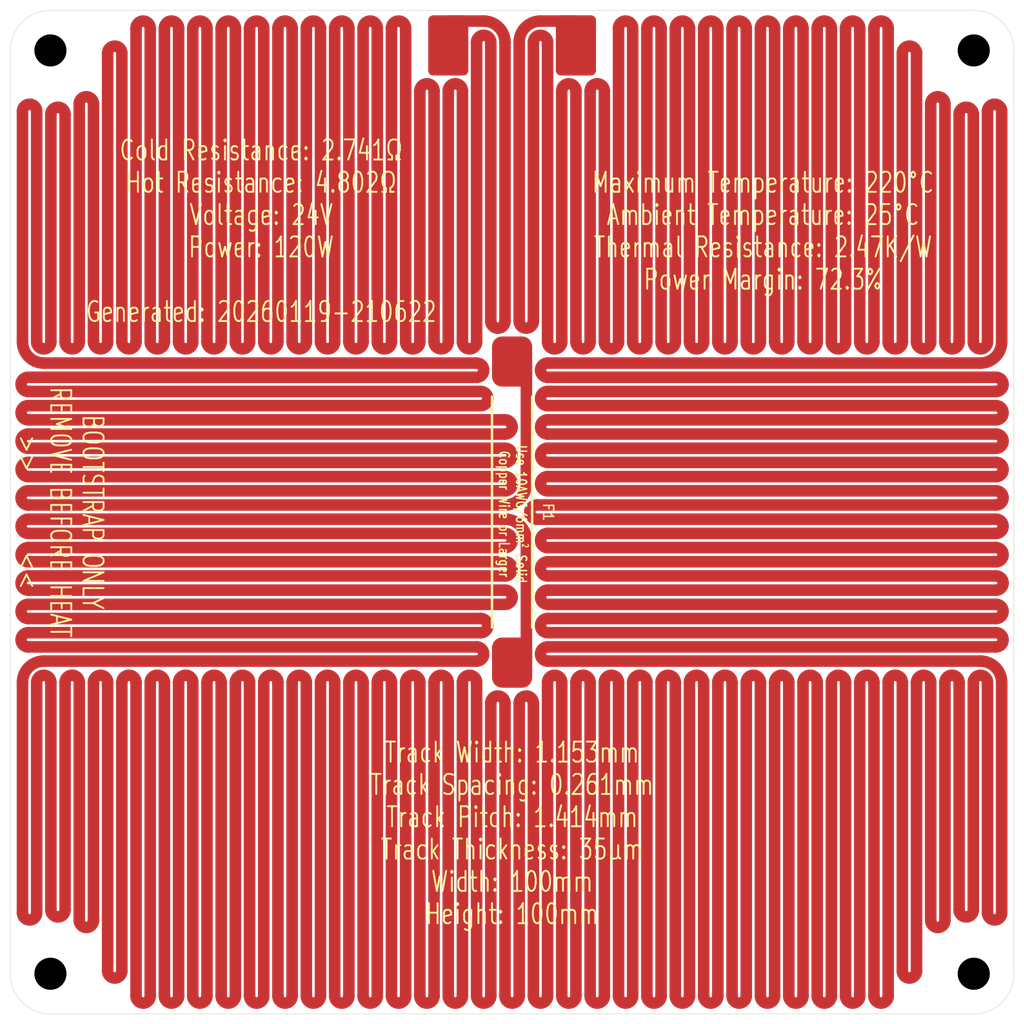
<source format=kicad_pcb>
(kicad_pcb (version 20241229) (generator "pcbnew") (generator_version "9.0")
  (layers (0 "F.Cu" signal) (2 "B.Cu" signal) (13 "F.Paste" user) (15 "B.Paste" user) (5 "F.SilkS" user "F.Silkscreen") (7 "B.SilkS" user "B.Silkscreen") (1 "F.Mask" user) (3 "B.Mask" user) (25 "Edge.Cuts" user))
  (net 0 "")
  (net 1 "Net-(J2-Pin_1)")
  (net 2 "Net-(J1-Pin_1)")
  (footprint "blg:MountingHole_3.2mm_M3_NoPad_TopLarge" (layer "F.Cu") (at 151 59)
    (property "Reference" "REF**" (hide yes))
    (property "Value" "MountingHole_3.2mm_M3_NoPad_TopLarge" (hide yes))
    (pad "" np_thru_hole circle (at 0 0) (size 7.6 7.6) (drill 3.2) (layers))
  )
  (footprint "blg:SMD_PowerConnection_4x6mm" (layer "F.Cu") (at 111.361499 58.5 -90)
    (property "Reference" "J2" (hide yes))
    (property "Value" "Hotplate_Power_Connection" (hide yes))
    (pad "1" smd roundrect (at 0 0 270) (size 6 4) (layers "F.Cu" "F.Mask" "F.Paste") (roundrect_rratio 0.125) (net 1 "Net-(J2-Pin_1)"))
  )
  (footprint "blg:MountingHole_3.2mm_M3_NoPad_TopLarge" (layer "F.Cu") (at 59 151)
    (property "Reference" "REF**" (hide yes))
    (property "Value" "MountingHole_3.2mm_M3_NoPad_TopLarge" (hide yes))
    (pad "" np_thru_hole circle (at 0 0) (size 7.6 7.6) (drill 3.2) (layers))
  )
  (footprint "blg:MountingHole_3.2mm_M3_NoPad_TopLarge" (layer "F.Cu") (at 151 151)
    (property "Reference" "REF**" (hide yes))
    (property "Value" "MountingHole_3.2mm_M3_NoPad_TopLarge" (hide yes))
    (pad "" np_thru_hole circle (at 0 0) (size 7.6 7.6) (drill 3.2) (layers))
  )
  (footprint "blg:SMD_PowerConnection_4x6mm" (layer "F.Cu") (at 98.6385 58.5 -90)
    (property "Reference" "J1" (hide yes))
    (property "Value" "Hotplate_Power_Connection" (hide yes))
    (pad "1" smd roundrect (at 0 0 270) (size 6 4) (layers "F.Cu" "F.Mask" "F.Paste") (roundrect_rratio 0.125) (net 2 "Net-(J1-Pin_1)"))
  )
  (footprint "blg:Thermal Fuse, SN100C, Front, 35mm" (layer "F.Cu") (at 105 105 -90)
    (property "Reference" "F1" (at 0 -3.6 270) (layer "F.SilkS"))
    (property "Value" "~")
    (fp_line (start -11.5 2) (end 11.5 2) (stroke (width 0.25)) (layer "F.SilkS"))
    (fp_line (start -11.5 -2) (end 11.5 -2) (stroke (width 0.25)) (layer "F.SilkS"))
    (fp_text user "Use 10AWG/6mm  Solid" (at 0.2 -0.9 270) (layer "F.SilkS") (effects (font (size 1 0.75))))
    (fp_text user "2" (at 3.35 -1.3 270) (layer "F.SilkS") (effects (font (size 0.6 0.4) (thickness 0.1))))
    (fp_text user "Copper Wire or Larger" (at 0.2 0.8 270) (layer "F.SilkS") (effects (font (size 1 0.75))))
    (pad "1" smd roundrect (at -15 0 270) (size 5 4) (layers "F.Cu" "F.Mask") (net 2 "Net-(J1-Pin_1)"))
    (pad "2" smd roundrect (at 15 0 270) (size 5 4) (layers "F.Cu" "F.Mask") (net 1 "Net-(J2-Pin_1)"))
  )
  (footprint "blg:MountingHole_3.2mm_M3_NoPad_TopLarge" (layer "F.Cu") (at 59 59)
    (property "Reference" "REF**" (hide yes))
    (property "Value" "MountingHole_3.2mm_M3_NoPad_TopLarge" (hide yes))
    (pad "" np_thru_hole circle (at 0 0) (size 7.6 7.6) (drill 3.2) (layers))
  )
  (gr_arc (start 55 59) (mid 56.171573 56.171573) (end 59 55) (stroke (width 0.05)) (layer "Edge.Cuts"))
  (gr_line (start 155 59) (end 155 151) (stroke (width 0.05)) (layer "Edge.Cuts"))
  (gr_arc (start 59 155) (mid 56.171573 153.828427) (end 55 151) (stroke (width 0.05)) (layer "Edge.Cuts"))
  (gr_line (start 59 155) (end 151 155) (stroke (width 0.05)) (layer "Edge.Cuts"))
  (gr_line (start 55 59) (end 55 151) (stroke (width 0.05)) (layer "Edge.Cuts"))
  (gr_arc (start 155 151) (mid 153.828427 153.828427) (end 151 155) (stroke (width 0.05)) (layer "Edge.Cuts"))
  (gr_arc (start 151 55) (mid 153.828427 56.171573) (end 155 59) (stroke (width 0.05)) (layer "Edge.Cuts"))
  (gr_line (start 59 55) (end 151 55) (stroke (width 0.05)) (layer "Edge.Cuts"))
  (gr_text "BOOTSTRAP ONLY\nREMOVE BEFORE HEAT\n>>       <<" (at 55.6 105 270) (layer "F.SilkS") (effects (font (size 2 1.5) (thickness 0.1875)) (justify bottom)))
  (gr_text "Track Width: 1.153mm\nTrack Spacing: 0.261mm\nTrack Pitch: 1.414mm\nTrack Thickness: 35µm\nWidth: 100mm\nHeight: 100mm" (at 105 137 0) (layer "F.SilkS") (effects (font (size 2 1.5) (thickness 0.1875))))
  (gr_text "Maximum Temperature: 220°C\nAmbient Temperature: 25°C\nThermal Resistance: 2.47K/W\nPower Margin: 72.3%" (at 130 77 0) (layer "F.SilkS") (effects (font (size 2 1.5) (thickness 0.1875))))
  (gr_text "Cold Resistance: 2.741Ω\nHot Resistance: 4.802Ω\nVoltage: 24V\nPower: 120W\n\nGenerated: 20260119-210622" (at 80 77 0) (layer "F.SilkS") (effects (font (size 2 1.5) (thickness 0.1875))))
  (segment (start 56.7835 105.707) (end 104.3025 105.707) (width 1.153) (layer "F.Cu") (net 1))
  (segment (start 151.661999 90.152999) (end 108.544499 90.152999) (width 1.153) (layer "F.Cu") (net 1))
  (segment (start 119.847 56.7835) (end 119.847 88.032) (width 1.153) (layer "F.Cu") (net 1))
  (segment (start 68.942999 121.967999) (end 68.942999 153.2165) (width 1.153) (layer "F.Cu") (net 1))
  (segment (start 108.544499 100.051) (end 153.2165 100.051) (width 1.153) (layer "F.Cu") (net 1))
  (segment (start 108.544499 91.567) (end 153.2165 91.567) (width 1.153) (layer "F.Cu") (net 1))
  (segment (start 92.981 153.2165) (end 92.981 121.967999) (width 1.153) (layer "F.Cu") (net 1))
  (segment (start 150.955 65.369763) (end 150.955 88.032) (width 1.153) (layer "F.Cu") (net 1))
  (segment (start 128.330999 121.967999) (end 128.330999 153.2165) (width 1.153) (layer "F.Cu") (net 1))
  (segment (start 101.466499 118.433) (end 56.7835 118.433) (width 1.153) (layer "F.Cu") (net 1))
  (segment (start 107.121 153.2165) (end 107.121 124.033499) (width 1.153) (layer "F.Cu") (net 1))
  (segment (start 138.228999 153.2165) (end 138.228999 121.967999) (width 1.153) (layer "F.Cu") (net 1))
  (segment (start 109.949 153.2165) (end 109.949 121.967999) (width 1.153) (layer "F.Cu") (net 1))
  (segment (start 90.152999 153.2165) (end 90.152999 121.967999) (width 1.153) (layer "F.Cu") (net 1))
  (segment (start 131.158999 56.7835) (end 131.158999 88.032) (width 1.153) (layer "F.Cu") (net 1))
  (segment (start 152.369 88.032) (end 152.369 65.068741) (width 1.153) (layer "F.Cu") (net 1))
  (segment (start 114.191 63.0335) (end 114.191 88.032) (width 1.153) (layer "F.Cu") (net 1))
  (segment (start 143.885 150.722633) (end 143.885 121.967999) (width 1.153) (layer "F.Cu") (net 1))
  (segment (start 129.745 153.2165) (end 129.745 121.967999) (width 1.153) (layer "F.Cu") (net 1))
  (segment (start 153.783 121.967999) (end 153.783 144.931258) (width 1.153) (layer "F.Cu") (net 1))
  (segment (start 124.088999 88.032) (end 124.088999 56.7835) (width 1.153) (layer "F.Cu") (net 1))
  (segment (start 150.955 121.967999) (end 150.955 144.630236) (width 1.153) (layer "F.Cu") (net 1))
  (segment (start 83.082999 121.967999) (end 83.082999 153.2165) (width 1.153) (layer "F.Cu") (net 1))
  (segment (start 146.713 88.032) (end 146.713 64.321935) (width 1.153) (layer "F.Cu") (net 1))
  (segment (start 115.605 88.032) (end 115.605 56.7835) (width 1.153) (layer "F.Cu") (net 1))
  (segment (start 153.2165 92.981) (end 108.544499 92.981) (width 1.153) (layer "F.Cu") (net 1))
  (segment (start 108.544499 102.879) (end 153.2165 102.879) (width 1.153) (layer "F.Cu") (net 1))
  (segment (start 91.567 121.967999) (end 91.567 153.2165) (width 1.153) (layer "F.Cu") (net 1))
  (segment (start 141.057 88.032) (end 141.057 56.7835) (width 1.153) (layer "F.Cu") (net 1))
  (segment (start 121.261 153.2165) (end 121.261 121.967999) (width 1.153) (layer "F.Cu") (net 1))
  (segment (start 100.051 121.967999) (end 100.051 153.2165) (width 1.153) (layer "F.Cu") (net 1))
  (segment (start 56.7835 117.018999) (end 101.873913 117.018999) (width 1.153) (layer "F.Cu") (net 1))
  (segment (start 153.2165 95.809) (end 108.544499 95.809) (width 1.153) (layer "F.Cu") (net 1))
  (segment (start 135.400999 88.032) (end 135.400999 56.7835) (width 1.153) (layer "F.Cu") (net 1))
  (segment (start 66.114999 121.967999) (end 66.114999 150.722633) (width 1.153) (layer "F.Cu") (net 1))
  (segment (start 125.503 121.967999) (end 125.503 153.2165) (width 1.153) (layer "F.Cu") (net 1))
  (segment (start 114.191 121.967999) (end 114.191 153.2165) (width 1.153) (layer "F.Cu") (net 1))
  (segment (start 111.361499 56.076499) (end 107.827999 56.076499) (width 1.153) (layer "F.Cu") (net 1))
  (segment (start 74.599 121.967999) (end 74.599 153.2165) (width 1.153) (layer "F.Cu") (net 1))
  (segment (start 125.503 56.7835) (end 125.503 88.032) (width 1.153) (layer "F.Cu") (net 1))
  (segment (start 108.544499 111.362999) (end 153.2165 111.362999) (width 1.153) (layer "F.Cu") (net 1))
  (segment (start 136.815 56.7835) (end 136.815 88.032) (width 1.153) (layer "F.Cu") (net 1))
  (segment (start 95.809 153.2165) (end 95.809 121.967999) (width 1.153) (layer "F.Cu") (net 1))
  (segment (start 131.158999 121.967999) (end 131.158999 153.2165) (width 1.153) (layer "F.Cu") (net 1))
  (segment (start 104.3025 109.949) (end 56.7835 109.949) (width 1.153) (layer "F.Cu") (net 1))
  (segment (start 153.2165 98.637) (end 108.544499 98.637) (width 1.153) (layer "F.Cu") (net 1))
  (segment (start 107.464299 105.707) (end 153.2165 105.707) (width 1.153) (layer "F.Cu") (net 1))
  (segment (start 76.012999 153.2165) (end 76.012999 121.967999) (width 1.153) (layer "F.Cu") (net 1))
  (segment (start 117.018999 56.7835) (end 117.018999 88.032) (width 1.153) (layer "F.Cu") (net 1))
  (segment (start 133.987 56.7835) (end 133.987 88.032) (width 1.153) (layer "F.Cu") (net 1))
  (segment (start 98.637 153.2165) (end 98.637 121.967999) (width 1.153) (layer "F.Cu") (net 1))
  (segment (start 104.3025 107.121) (end 56.7835 107.121) (width 1.153) (layer "F.Cu") (net 1))
  (segment (start 61.873 145.678064) (end 61.873 121.967999) (width 1.153) (layer "F.Cu") (net 1))
  (segment (start 126.917 88.032) (end 126.917 56.7835) (width 1.153) (layer "F.Cu") (net 1))
  (segment (start 142.470999 56.7835) (end 142.470999 88.032) (width 1.153) (layer "F.Cu") (net 1))
  (segment (start 126.917 153.2165) (end 126.917 121.967999) (width 1.153) (layer "F.Cu") (net 1))
  (segment (start 105.707 58.1975) (end 105.707 85.9665) (width 1.153) (layer "F.Cu") (net 1))
  (segment (start 104.292999 153.2165) (end 104.292999 124.033499) (width 1.153) (layer "F.Cu") (net 1))
  (segment (start 56.7835 108.535) (end 104.3025 108.535) (width 1.153) (layer "F.Cu") (net 1))
  (segment (start 153.2165 101.465) (end 108.544499 101.465) (width 1.153) (layer "F.Cu") (net 1))
  (segment (start 109.949 88.032) (end 109.949 63.033499) (width 1.153) (layer "F.Cu") (net 1))
  (segment (start 77.426999 121.967999) (end 77.426999 153.2165) (width 1.153) (layer "F.Cu") (net 1))
  (segment (start 118.433 88.032) (end 118.433 56.7835) (width 1.153) (layer "F.Cu") (net 1))
  (segment (start 88.739 121.967999) (end 88.739 153.2165) (width 1.153) (layer "F.Cu") (net 1))
  (segment (start 58.337999 119.847) (end 101.466499 119.847) (width 1.153) (layer "F.Cu") (net 1))
  (segment (start 112.776999 153.2165) (end 112.776999 121.967999) (width 1.153) (layer "F.Cu") (net 1))
  (segment (start 102.879 124.033499) (end 102.879 153.2165) (width 1.153) (layer "F.Cu") (net 1))
  (segment (start 145.298999 59.277366) (end 145.298999 88.032) (width 1.153) (layer "F.Cu") (net 1))
  (segment (start 153.2165 115.605) (end 108.544499 115.605) (width 1.153) (layer "F.Cu") (net 1))
  (segment (start 108.535 121.967999) (end 108.535 153.2165) (width 1.153) (layer "F.Cu") (net 1))
  (segment (start 101.873913 115.605) (end 56.7835 115.605) (width 1.153) (layer "F.Cu") (net 1))
  (segment (start 153.2165 112.776999) (end 108.544499 112.776999) (width 1.153) (layer "F.Cu") (net 1))
  (segment (start 101.465 153.2165) (end 101.465 121.967999) (width 1.153) (layer "F.Cu") (net 1))
  (segment (start 136.815 121.967999) (end 136.815 153.2165) (width 1.153) (layer "F.Cu") (net 1))
  (segment (start 105.707 124.033499) (end 105.707 153.2165) (width 1.153) (layer "F.Cu") (net 1))
  (segment (start 153.2165 104.292999) (end 107.464299 104.292999) (width 1.153) (layer "F.Cu") (net 1))
  (segment (start 56.217 144.931258) (end 56.217 121.967999) (width 1.153) (layer "F.Cu") (net 1))
  (segment (start 128.330999 56.7835) (end 128.330999 88.032) (width 1.153) (layer "F.Cu") (net 1))
  (segment (start 115.605 153.2165) (end 115.605 121.967999) (width 1.153) (layer "F.Cu") (net 1))
  (segment (start 129.745 88.032) (end 129.745 56.7835) (width 1.153) (layer "F.Cu") (net 1))
  (segment (start 153.2165 118.433) (end 108.544499 118.433) (width 1.153) (layer "F.Cu") (net 1))
  (segment (start 67.529 153.2165) (end 67.529 121.967999) (width 1.153) (layer "F.Cu") (net 1))
  (segment (start 73.185 153.2165) (end 73.185 121.967999) (width 1.153) (layer "F.Cu") (net 1))
  (segment (start 153.2165 107.121) (end 108.544499 107.121) (width 1.153) (layer "F.Cu") (net 1))
  (segment (start 143.885 88.032) (end 143.885 59.277366) (width 1.153) (layer "F.Cu") (net 1))
  (segment (start 97.222999 121.967999) (end 97.222999 153.2165) (width 1.153) (layer "F.Cu") (net 1))
  (segment (start 135.400999 153.2165) (end 135.400999 121.967999) (width 1.153) (layer "F.Cu") (net 1))
  (segment (start 138.228999 88.032) (end 138.228999 56.7835) (width 1.153) (layer "F.Cu") (net 1))
  (segment (start 153.783 65.068741) (end 153.783 88.032) (width 1.153) (layer "F.Cu") (net 1))
  (segment (start 106.423499 120) (end 106.423499 107.827999) (width 1.153) (layer "F.Cu") (net 1))
  (segment (start 122.675 56.7835) (end 122.675 88.032) (width 1.153) (layer "F.Cu") (net 1))
  (segment (start 80.255 121.967999) (end 80.255 153.2165) (width 1.153) (layer "F.Cu") (net 1))
  (segment (start 57.630999 121.967999) (end 57.630999 144.931258) (width 1.153) (layer "F.Cu") (net 1))
  (segment (start 56.7835 114.191) (end 104.3025 114.191) (width 1.153) (layer "F.Cu") (net 1))
  (segment (start 108.544499 119.847) (end 151.661999 119.847) (width 1.153) (layer "F.Cu") (net 1))
  (segment (start 132.573 88.032) (end 132.573 56.7835) (width 1.153) (layer "F.Cu") (net 1))
  (segment (start 148.126999 121.967999) (end 148.126999 145.678064) (width 1.153) (layer "F.Cu") (net 1))
  (segment (start 84.497 153.2165) (end 84.497 121.967999) (width 1.153) (layer "F.Cu") (net 1))
  (segment (start 56.7835 111.362999) (end 104.3025 111.362999) (width 1.153) (layer "F.Cu") (net 1))
  (segment (start 94.395 121.967999) (end 94.395 153.2165) (width 1.153) (layer "F.Cu") (net 1))
  (segment (start 117.018999 121.967999) (end 117.018999 153.2165) (width 1.153) (layer "F.Cu") (net 1))
  (segment (start 139.643 121.967999) (end 139.643 153.2165) (width 1.153) (layer "F.Cu") (net 1))
  (segment (start 111.362999 63.033499) (end 111.362999 88.032) (width 1.153) (layer "F.Cu") (net 1))
  (segment (start 118.433 153.2165) (end 118.433 121.967999) (width 1.153) (layer "F.Cu") (net 1))
  (segment (start 119.847 121.967999) (end 119.847 153.2165) (width 1.153) (layer "F.Cu") (net 1))
  (segment (start 124.088999 153.2165) (end 124.088999 121.967999) (width 1.153) (layer "F.Cu") (net 1))
  (segment (start 122.675 121.967999) (end 122.675 153.2165) (width 1.153) (layer "F.Cu") (net 1))
  (segment (start 149.540999 144.630236) (end 149.540999 121.967999) (width 1.153) (layer "F.Cu") (net 1))
  (segment (start 85.911 121.967999) (end 85.911 153.2165) (width 1.153) (layer "F.Cu") (net 1))
  (segment (start 108.535 58.1975) (end 108.535 88.032) (width 1.153) (layer "F.Cu") (net 1))
  (segment (start 87.325 153.2165) (end 87.325 121.967999) (width 1.153) (layer "F.Cu") (net 1))
  (segment (start 146.713 145.678064) (end 146.713 121.967999) (width 1.153) (layer "F.Cu") (net 1))
  (segment (start 81.669 153.2165) (end 81.669 121.967999) (width 1.153) (layer "F.Cu") (net 1))
  (segment (start 111.362999 121.967999) (end 111.362999 153.2165) (width 1.153) (layer "F.Cu") (net 1))
  (segment (start 108.544499 114.191) (end 153.2165 114.191) (width 1.153) (layer "F.Cu") (net 1))
  (segment (start 133.987 121.967999) (end 133.987 153.2165) (width 1.153) (layer "F.Cu") (net 1))
  (segment (start 142.470999 121.967999) (end 142.470999 153.2165) (width 1.153) (layer "F.Cu") (net 1))
  (segment (start 78.841 153.2165) (end 78.841 121.967999) (width 1.153) (layer "F.Cu") (net 1))
  (segment (start 112.776999 88.032) (end 112.776999 63.0335) (width 1.153) (layer "F.Cu") (net 1))
  (segment (start 152.369 144.931258) (end 152.369 121.967999) (width 1.153) (layer "F.Cu") (net 1))
  (segment (start 108.544499 117.018999) (end 153.2165 117.018999) (width 1.153) (layer "F.Cu") (net 1))
  (segment (start 108.544499 94.395) (end 153.2165 94.395) (width 1.153) (layer "F.Cu") (net 1))
  (segment (start 121.261 88.032) (end 121.261 56.7835) (width 1.153) (layer "F.Cu") (net 1))
  (segment (start 108.544499 97.222999) (end 153.2165 97.222999) (width 1.153) (layer "F.Cu") (net 1))
  (segment (start 132.573 153.2165) (end 132.573 121.967999) (width 1.153) (layer "F.Cu") (net 1))
  (segment (start 153.2165 109.949) (end 108.544499 109.949) (width 1.153) (layer "F.Cu") (net 1))
  (segment (start 108.544499 108.535) (end 153.2165 108.535) (width 1.153) (layer "F.Cu") (net 1))
  (segment (start 70.357 153.2165) (end 70.357 121.967999) (width 1.153) (layer "F.Cu") (net 1))
  (segment (start 60.458999 121.967999) (end 60.458999 144.630236) (width 1.153) (layer "F.Cu") (net 1))
  (segment (start 145.298999 121.967999) (end 145.298999 150.722633) (width 1.153) (layer "F.Cu") (net 1))
  (segment (start 64.700999 150.722633) (end 64.700999 121.967999) (width 1.153) (layer "F.Cu") (net 1))
  (segment (start 149.540999 88.032) (end 149.540999 65.369763) (width 1.153) (layer "F.Cu") (net 1))
  (segment (start 104.3025 112.776999) (end 56.7835 112.776999) (width 1.153) (layer "F.Cu") (net 1))
  (segment (start 59.045 144.630236) (end 59.045 121.967999) (width 1.153) (layer "F.Cu") (net 1))
  (segment (start 71.771 121.967999) (end 71.771 153.2165) (width 1.153) (layer "F.Cu") (net 1))
  (segment (start 107.121 85.9665) (end 107.121 58.1975) (width 1.153) (layer "F.Cu") (net 1))
  (segment (start 148.126999 64.321935) (end 148.126999 88.032) (width 1.153) (layer "F.Cu") (net 1))
  (segment (start 139.643 56.7835) (end 139.643 88.032) (width 1.153) (layer "F.Cu") (net 1))
  (segment (start 63.287 121.967999) (end 63.287 145.678064) (width 1.153) (layer "F.Cu") (net 1))
  (segment (start 141.057 153.2165) (end 141.057 121.967999) (width 1.153) (layer "F.Cu") (net 1))
  (arc (start 148.126999 88.032) (mid 148.834 88.739) (end 149.540999 88.032) (width 1.153) (layer "F.Cu") (net 1))
  (arc (start 85.911 153.2165) (mid 85.204 153.9235) (end 84.497 153.2165) (width 1.153) (layer "F.Cu") (net 1))
  (arc (start 108.544499 118.433) (mid 107.837499 119.14) (end 108.544499 119.847) (width 1.153) (layer "F.Cu") (net 1))
  (arc (start 98.637 121.967999) (mid 97.93 121.261) (end 97.222999 121.967999) (width 1.153) (layer "F.Cu") (net 1))
  (arc (start 142.470999 153.2165) (mid 141.764 153.9235) (end 141.057 153.2165) (width 1.153) (layer "F.Cu") (net 1))
  (arc (start 88.739 153.2165) (mid 88.032 153.9235) (end 87.325 153.2165) (width 1.153) (layer "F.Cu") (net 1))
  (arc (start 59.045 121.967999) (mid 58.337999 121.261) (end 57.630999 121.967999) (width 1.153) (layer "F.Cu") (net 1))
  (arc (start 145.298999 150.722633) (mid 144.591999 151.429633) (end 143.885 150.722633) (width 1.153) (layer "F.Cu") (net 1))
  (arc (start 64.700999 121.967999) (mid 63.993999 121.261) (end 63.287 121.967999) (width 1.153) (layer "F.Cu") (net 1))
  (arc (start 114.191 88.032) (mid 114.898 88.739) (end 115.605 88.032) (width 1.153) (layer "F.Cu") (net 1))
  (arc (start 142.470999 88.032) (mid 143.178 88.739) (end 143.885 88.032) (width 1.153) (layer "F.Cu") (net 1))
  (arc (start 108.535 88.032) (mid 109.241999 88.739) (end 109.949 88.032) (width 1.153) (layer "F.Cu") (net 1))
  (arc (start 107.121 58.1975) (mid 107.827999 57.490499) (end 108.535 58.1975) (width 1.153) (layer "F.Cu") (net 1))
  (arc (start 149.540999 65.369763) (mid 150.248 64.662763) (end 150.955 65.369763) (width 1.153) (layer "F.Cu") (net 1))
  (arc (start 122.675 153.2165) (mid 121.967999 153.9235) (end 121.261 153.2165) (width 1.153) (layer "F.Cu") (net 1))
  (arc (start 132.573 56.7835) (mid 133.279999 56.076499) (end 133.987 56.7835) (width 1.153) (layer "F.Cu") (net 1))
  (arc (start 104.3025 114.191) (mid 105.009499 113.484) (end 104.3025 112.776999) (width 1.153) (layer "F.Cu") (net 1))
  (arc (start 153.2165 94.395) (mid 153.9235 95.101999) (end 153.2165 95.809) (width 1.153) (layer "F.Cu") (net 1))
  (arc (start 95.809 121.967999) (mid 95.101999 121.261) (end 94.395 121.967999) (width 1.153) (layer "F.Cu") (net 1))
  (arc (start 153.2165 108.535) (mid 153.9235 109.241999) (end 153.2165 109.949) (width 1.153) (layer "F.Cu") (net 1))
  (arc (start 108.544499 112.776999) (mid 107.837499 113.484) (end 108.544499 114.191) (width 1.153) (layer "F.Cu") (net 1))
  (arc (start 81.669 121.967999) (mid 80.961999 121.261) (end 80.255 121.967999) (width 1.153) (layer "F.Cu") (net 1))
  (arc (start 153.2165 91.567) (mid 153.9235 92.274) (end 153.2165 92.981) (width 1.153) (layer "F.Cu") (net 1))
  (arc (start 125.503 88.032) (mid 126.21 88.739) (end 126.917 88.032) (width 1.153) (layer "F.Cu") (net 1))
  (arc (start 115.605 121.967999) (mid 114.898 121.261) (end 114.191 121.967999) (width 1.153) (layer "F.Cu") (net 1))
  (arc (start 119.847 153.2165) (mid 119.14 153.9235) (end 118.433 153.2165) (width 1.153) (layer "F.Cu") (net 1))
  (arc (start 150.955 144.630236) (mid 150.248 145.337236) (end 149.540999 144.630236) (width 1.153) (layer "F.Cu") (net 1))
  (arc (start 73.185 121.967999) (mid 72.478 121.261) (end 71.771 121.967999) (width 1.153) (layer "F.Cu") (net 1))
  (arc (start 56.7835 112.776999) (mid 56.076499 112.07) (end 56.7835 111.362999) (width 1.153) (layer "F.Cu") (net 1))
  (arc (start 101.465 121.967999) (mid 100.758 121.261) (end 100.051 121.967999) (width 1.153) (layer "F.Cu") (net 1))
  (arc (start 135.400999 121.967999) (mid 134.694 121.261) (end 133.987 121.967999) (width 1.153) (layer "F.Cu") (net 1))
  (arc (start 150.955 88.032) (mid 151.661999 88.739) (end 152.369 88.032) (width 1.153) (layer "F.Cu") (net 1))
  (arc (start 131.158999 153.2165) (mid 130.452 153.9235) (end 129.745 153.2165) (width 1.153) (layer "F.Cu") (net 1))
  (arc (start 138.228999 121.967999) (mid 137.522 121.261) (end 136.815 121.967999) (width 1.153) (layer "F.Cu") (net 1))
  (arc (start 56.7835 118.433) (mid 56.076499 117.726) (end 56.7835 117.018999) (width 1.153) (layer "F.Cu") (net 1))
  (arc (start 153.2165 117.018999) (mid 153.9235 117.726) (end 153.2165 118.433) (width 1.153) (layer "F.Cu") (net 1))
  (arc (start 136.815 88.032) (mid 137.522 88.739) (end 138.228999 88.032) (width 1.153) (layer "F.Cu") (net 1))
  (arc (start 143.885 121.967999) (mid 143.178 121.261) (end 142.470999 121.967999) (width 1.153) (layer "F.Cu") (net 1))
  (arc (start 101.873913 117.018999) (mid 102.580913 116.312) (end 101.873913 115.605) (width 1.153) (layer "F.Cu") (net 1))
  (arc (start 108.544499 107.121) (mid 107.837499 107.827999) (end 108.544499 108.535) (width 1.153) (layer "F.Cu") (net 1))
  (arc (start 114.191 153.2165) (mid 113.484 153.9235) (end 112.776999 153.2165) (width 1.153) (layer "F.Cu") (net 1))
  (arc (start 138.228999 56.7835) (mid 138.936 56.076499) (end 139.643 56.7835) (width 1.153) (layer "F.Cu") (net 1))
  (arc (start 153.2165 105.707) (mid 153.9235 106.414) (end 153.2165 107.121) (width 1.153) (layer "F.Cu") (net 1))
  (arc (start 152.369 65.068741) (mid 153.076 64.361741) (end 153.783 65.068741) (width 1.153) (layer "F.Cu") (net 1))
  (arc (start 153.783 144.931258) (mid 153.076 145.638258) (end 152.369 144.931258) (width 1.153) (layer "F.Cu") (net 1))
  (arc (start 109.949 63.033499) (mid 110.655999 62.326499) (end 111.362999 63.033499) (width 1.153) (layer "F.Cu") (net 1))
  (arc (start 149.540999 121.967999) (mid 148.834 121.261) (end 148.126999 121.967999) (width 1.153) (layer "F.Cu") (net 1))
  (arc (start 83.082999 153.2165) (mid 82.375999 153.9235) (end 81.669 153.2165) (width 1.153) (layer "F.Cu") (net 1))
  (arc (start 128.330999 88.032) (mid 129.037999 88.739) (end 129.745 88.032) (width 1.153) (layer "F.Cu") (net 1))
  (arc (start 108.544499 109.949) (mid 107.837499 110.655999) (end 108.544499 111.362999) (width 1.153) (layer "F.Cu") (net 1))
  (arc (start 132.573 121.967999) (mid 131.865999 121.261) (end 131.158999 121.967999) (width 1.153) (layer "F.Cu") (net 1))
  (arc (start 117.018999 153.2165) (mid 116.312 153.9235) (end 115.605 153.2165) (width 1.153) (layer "F.Cu") (net 1))
  (arc (start 70.357 121.967999) (mid 69.65 121.261) (end 68.942999 121.967999) (width 1.153) (layer "F.Cu") (net 1))
  (arc (start 76.012999 121.967999) (mid 75.306 121.261) (end 74.599 121.967999) (width 1.153) (layer "F.Cu") (net 1))
  (arc (start 118.433 121.967999) (mid 117.726 121.261) (end 117.018999 121.967999) (width 1.153) (layer "F.Cu") (net 1))
  (arc (start 87.325 121.967999) (mid 86.618 121.261) (end 85.911 121.967999) (width 1.153) (layer "F.Cu") (net 1))
  (arc (start 109.949 121.967999) (mid 109.241999 121.261) (end 108.535 121.967999) (width 1.153) (layer "F.Cu") (net 1))
  (arc (start 108.544499 98.637) (mid 107.837499 99.344) (end 108.544499 100.051) (width 1.153) (layer "F.Cu") (net 1))
  (arc (start 90.152999 121.967999) (mid 89.446 121.261) (end 88.739 121.967999) (width 1.153) (layer "F.Cu") (net 1))
  (arc (start 125.503 153.2165) (mid 124.795999 153.9235) (end 124.088999 153.2165) (width 1.153) (layer "F.Cu") (net 1))
  (arc (start 111.362999 88.032) (mid 112.07 88.739) (end 112.776999 88.032) (width 1.153) (layer "F.Cu") (net 1))
  (arc (start 145.298999 88.032) (mid 146.006 88.739) (end 146.713 88.032) (width 1.153) (layer "F.Cu") (net 1))
  (arc (start 68.942999 153.2165) (mid 68.235999 153.9235) (end 67.529 153.2165) (width 1.153) (layer "F.Cu") (net 1))
  (arc (start 139.643 153.2165) (mid 138.936 153.9235) (end 138.228999 153.2165) (width 1.153) (layer "F.Cu") (net 1))
  (arc (start 92.981 121.967999) (mid 92.274 121.261) (end 91.567 121.967999) (width 1.153) (layer "F.Cu") (net 1))
  (arc (start 118.433 56.7835) (mid 119.14 56.076499) (end 119.847 56.7835) (width 1.153) (layer "F.Cu") (net 1))
  (arc (start 78.841 121.967999) (mid 78.134 121.261) (end 77.426999 121.967999) (width 1.153) (layer "F.Cu") (net 1))
  (arc (start 153.2165 100.051) (mid 153.9235 100.758) (end 153.2165 101.465) (width 1.153) (layer "F.Cu") (net 1))
  (arc (start 153.2165 97.222999) (mid 153.9235 97.93) (end 153.2165 98.637) (width 1.153) (layer "F.Cu") (net 1))
  (arc (start 153.2165 102.879) (mid 153.9235 103.586) (end 153.2165 104.292999) (width 1.153) (layer "F.Cu") (net 1))
  (arc (start 124.088999 121.967999) (mid 123.381999 121.261) (end 122.675 121.967999) (width 1.153) (layer "F.Cu") (net 1))
  (arc (start 126.917 121.967999) (mid 126.21 121.261) (end 125.503 121.967999) (width 1.153) (layer "F.Cu") (net 1))
  (arc (start 100.051 153.2165) (mid 99.344 153.9235) (end 98.637 153.2165) (width 1.153) (layer "F.Cu") (net 1))
  (arc (start 108.544499 90.152999) (mid 107.837499 90.86) (end 108.544499 91.567) (width 1.153) (layer "F.Cu") (net 1))
  (arc (start 107.464299 104.292999) (mid 106.757299 105) (end 107.464299 105.707) (width 1.153) (layer "F.Cu") (net 1))
  (arc (start 117.018999 88.032) (mid 117.726 88.739) (end 118.433 88.032) (width 1.153) (layer "F.Cu") (net 1))
  (arc (start 139.643 88.032) (mid 140.35 88.739) (end 141.057 88.032) (width 1.153) (layer "F.Cu") (net 1))
  (arc (start 108.535 153.2165) (mid 107.827999 153.9235) (end 107.121 153.2165) (width 1.153) (layer "F.Cu") (net 1))
  (arc (start 71.771 153.2165) (mid 71.064 153.9235) (end 70.357 153.2165) (width 1.153) (layer "F.Cu") (net 1))
  (arc (start 122.675 88.032) (mid 123.381999 88.739) (end 124.088999 88.032) (width 1.153) (layer "F.Cu") (net 1))
  (arc (start 101.466499 119.847) (mid 102.173499 119.14) (end 101.466499 118.433) (width 1.153) (layer "F.Cu") (net 1))
  (arc (start 119.847 88.032) (mid 120.553999 88.739) (end 121.261 88.032) (width 1.153) (layer "F.Cu") (net 1))
  (arc (start 115.605 56.7835) (mid 116.312 56.076499) (end 117.018999 56.7835) (width 1.153) (layer "F.Cu") (net 1))
  (arc (start 91.567 153.2165) (mid 90.86 153.9235) (end 90.152999 153.2165) (width 1.153) (layer "F.Cu") (net 1))
  (arc (start 135.400999 56.7835) (mid 136.108 56.076499) (end 136.815 56.7835) (width 1.153) (layer "F.Cu") (net 1))
  (arc (start 108.544499 115.605) (mid 107.837499 116.312) (end 108.544499 117.018999) (width 1.153) (layer "F.Cu") (net 1))
  (arc (start 129.745 56.7835) (mid 130.452 56.076499) (end 131.158999 56.7835) (width 1.153) (layer "F.Cu") (net 1))
  (arc (start 136.815 153.2165) (mid 136.108 153.9235) (end 135.400999 153.2165) (width 1.153) (layer "F.Cu") (net 1))
  (arc (start 111.362999 153.2165) (mid 110.655999 153.9235) (end 109.949 153.2165) (width 1.153) (layer "F.Cu") (net 1))
  (arc (start 152.369 121.967999) (mid 151.661999 121.261) (end 150.955 121.967999) (width 1.153) (layer "F.Cu") (net 1))
  (arc (start 104.3025 108.535) (mid 105.009499 107.827999) (end 104.3025 107.121) (width 1.153) (layer "F.Cu") (net 1))
  (arc (start 146.713 64.321935) (mid 147.42 63.614935) (end 148.126999 64.321935) (width 1.153) (layer "F.Cu") (net 1))
  (arc (start 143.885 59.277366) (mid 144.591999 58.570366) (end 145.298999 59.277366) (width 1.153) (layer "F.Cu") (net 1))
  (arc (start 104.292999 124.033499) (mid 103.586 123.3265) (end 102.879 124.033499) (width 1.153) (layer "F.Cu") (net 1))
  (arc (start 105.707 153.2165) (mid 105 153.9235) (end 104.292999 153.2165) (width 1.153) (layer "F.Cu") (net 1))
  (arc (start 80.255 153.2165) (mid 79.547999 153.9235) (end 78.841 153.2165) (width 1.153) (layer "F.Cu") (net 1))
  (arc (start 107.121 124.033499) (mid 106.414 123.3265) (end 105.707 124.033499) (width 1.153) (layer "F.Cu") (net 1))
  (arc (start 66.114999 150.722633) (mid 65.407999 151.429633) (end 64.700999 150.722633) (width 1.153) (layer "F.Cu") (net 1))
  (arc (start 126.917 56.7835) (mid 127.623999 56.076499) (end 128.330999 56.7835) (width 1.153) (layer "F.Cu") (net 1))
  (arc (start 112.776999 121.967999) (mid 112.07 121.261) (end 111.362999 121.967999) (width 1.153) (layer "F.Cu") (net 1))
  (arc (start 94.395 153.2165) (mid 93.687999 153.9235) (end 92.981 153.2165) (width 1.153) (layer "F.Cu") (net 1))
  (arc (start 57.630999 144.931258) (mid 56.923999 145.638258) (end 56.217 144.931258) (width 1.153) (layer "F.Cu") (net 1))
  (arc (start 102.879 153.2165) (mid 102.172 153.9235) (end 101.465 153.2165) (width 1.153) (layer "F.Cu") (net 1))
  (arc (start 108.544499 92.981) (mid 107.837499 93.687999) (end 108.544499 94.395) (width 1.153) (layer "F.Cu") (net 1))
  (arc (start 124.088999 56.7835) (mid 124.795999 56.076499) (end 125.503 56.7835) (width 1.153) (layer "F.Cu") (net 1))
  (arc (start 97.222999 153.2165) (mid 96.515999 153.9235) (end 95.809 153.2165) (width 1.153) (layer "F.Cu") (net 1))
  (arc (start 63.287 145.678064) (mid 62.58 146.385064) (end 61.873 145.678064) (width 1.153) (layer "F.Cu") (net 1))
  (arc (start 56.7835 115.605) (mid 56.076499 114.898) (end 56.7835 114.191) (width 1.153) (layer "F.Cu") (net 1))
  (arc (start 67.529 121.967999) (mid 66.821999 121.261) (end 66.114999 121.967999) (width 1.153) (layer "F.Cu") (net 1))
  (arc (start 133.987 153.2165) (mid 133.279999 153.9235) (end 132.573 153.2165) (width 1.153) (layer "F.Cu") (net 1))
  (arc (start 121.261 121.967999) (mid 120.553999 121.261) (end 119.847 121.967999) (width 1.153) (layer "F.Cu") (net 1))
  (arc (start 60.458999 144.630236) (mid 59.752 145.337236) (end 59.045 144.630236) (width 1.153) (layer "F.Cu") (net 1))
  (arc (start 153.2165 114.191) (mid 153.9235 114.898) (end 153.2165 115.605) (width 1.153) (layer "F.Cu") (net 1))
  (arc (start 148.126999 145.678064) (mid 147.42 146.385064) (end 146.713 145.678064) (width 1.153) (layer "F.Cu") (net 1))
  (arc (start 74.599 153.2165) (mid 73.892 153.9235) (end 73.185 153.2165) (width 1.153) (layer "F.Cu") (net 1))
  (arc (start 131.158999 88.032) (mid 131.865999 88.739) (end 132.573 88.032) (width 1.153) (layer "F.Cu") (net 1))
  (arc (start 105.707 85.9665) (mid 106.414 86.6735) (end 107.121 85.9665) (width 1.153) (layer "F.Cu") (net 1))
  (arc (start 108.544499 95.809) (mid 107.837499 96.515999) (end 108.544499 97.222999) (width 1.153) (layer "F.Cu") (net 1))
  (arc (start 151.661999 119.847) (mid 153.161773 120.468226) (end 153.783 121.967999) (width 1.153) (layer "F.Cu") (net 1))
  (arc (start 129.745 121.967999) (mid 129.037999 121.261) (end 128.330999 121.967999) (width 1.153) (layer "F.Cu") (net 1))
  (arc (start 61.873 121.967999) (mid 61.166 121.261) (end 60.458999 121.967999) (width 1.153) (layer "F.Cu") (net 1))
  (arc (start 141.057 56.7835) (mid 141.764 56.076499) (end 142.470999 56.7835) (width 1.153) (layer "F.Cu") (net 1))
  (arc (start 141.057 121.967999) (mid 140.35 121.261) (end 139.643 121.967999) (width 1.153) (layer "F.Cu") (net 1))
  (arc (start 104.3025 105.707) (mid 105.802273 106.328226) (end 106.423499 107.827999) (width 1.153) (layer "F.Cu") (net 1))
  (arc (start 56.216999 121.967999) (mid 56.838226 120.468226) (end 58.337999 119.847) (width 1.153) (layer "F.Cu") (net 1))
  (arc (start 56.7835 109.949) (mid 56.076499 109.241999) (end 56.7835 108.535) (width 1.153) (layer "F.Cu") (net 1))
  (arc (start 146.713 121.967999) (mid 146.006 121.261) (end 145.298999 121.967999) (width 1.153) (layer "F.Cu") (net 1))
  (arc (start 84.497 121.967999) (mid 83.789999 121.261) (end 83.082999 121.967999) (width 1.153) (layer "F.Cu") (net 1))
  (arc (start 133.987 88.032) (mid 134.694 88.739) (end 135.400999 88.032) (width 1.153) (layer "F.Cu") (net 1))
  (arc (start 56.7835 107.121) (mid 56.076499 106.414) (end 56.7835 105.707) (width 1.153) (layer "F.Cu") (net 1))
  (arc (start 153.783 88.032) (mid 153.161773 89.531773) (end 151.661999 90.152999) (width 1.153) (layer "F.Cu") (net 1))
  (arc (start 77.426999 153.2165) (mid 76.72 153.9235) (end 76.012999 153.2165) (width 1.153) (layer "F.Cu") (net 1))
  (arc (start 153.2165 111.362999) (mid 153.9235 112.07) (end 153.2165 112.776999) (width 1.153) (layer "F.Cu") (net 1))
  (arc (start 128.330999 153.2165) (mid 127.623999 153.9235) (end 126.917 153.2165) (width 1.153) (layer "F.Cu") (net 1))
  (arc (start 105.707 58.1975) (mid 106.328226 56.697726) (end 107.827999 56.076499) (width 1.153) (layer "F.Cu") (net 1))
  (arc (start 112.776999 63.0335) (mid 113.484 62.326499) (end 114.191 63.0335) (width 1.153) (layer "F.Cu") (net 1))
  (arc (start 121.261 56.7835) (mid 121.967999 56.076499) (end 122.675 56.7835) (width 1.153) (layer "F.Cu") (net 1))
  (arc (start 108.544499 101.465) (mid 107.837499 102.172) (end 108.544499 102.879) (width 1.153) (layer "F.Cu") (net 1))
  (arc (start 104.3025 111.362999) (mid 105.009499 110.655999) (end 104.3025 109.949) (width 1.153) (layer "F.Cu") (net 1))
  (segment (start 56.7835 92.981) (end 101.873913 92.981) (width 1.153) (layer "F.Cu") (net 2))
  (segment (start 97.222999 88.032) (end 97.222999 63.0335) (width 1.153) (layer "F.Cu") (net 2))
  (segment (start 95.809 63.0335) (end 95.809 88.032) (width 1.153) (layer "F.Cu") (net 2))
  (segment (start 67.529 56.7835) (end 67.529 88.032) (width 1.153) (layer "F.Cu") (net 2))
  (segment (start 56.217 65.068741) (end 56.217 88.032) (width 1.153) (layer "F.Cu") (net 2))
  (segment (start 73.185 56.7835) (end 73.185 88.032) (width 1.153) (layer "F.Cu") (net 2))
  (segment (start 56.7835 101.465) (end 104.3025 101.465) (width 1.153) (layer "F.Cu") (net 2))
  (segment (start 85.911 88.032) (end 85.911 56.7835) (width 1.153) (layer "F.Cu") (net 2))
  (segment (start 87.325 56.7835) (end 87.325 88.032) (width 1.153) (layer "F.Cu") (net 2))
  (segment (start 68.942999 88.032) (end 68.942999 56.7835) (width 1.153) (layer "F.Cu") (net 2))
  (segment (start 98.6385 56.076499) (end 102.172 56.076499) (width 1.153) (layer "F.Cu") (net 2))
  (segment (start 81.669 56.7835) (end 81.669 88.032) (width 1.153) (layer "F.Cu") (net 2))
  (segment (start 100.051 88.032) (end 100.051 63.0335) (width 1.153) (layer "F.Cu") (net 2))
  (segment (start 74.599 88.032) (end 74.599 56.7835) (width 1.153) (layer "F.Cu") (net 2))
  (segment (start 63.287 88.032) (end 63.287 64.321935) (width 1.153) (layer "F.Cu") (net 2))
  (segment (start 84.497 56.7835) (end 84.497 88.032) (width 1.153) (layer "F.Cu") (net 2))
  (segment (start 91.567 88.032) (end 91.567 56.7835) (width 1.153) (layer "F.Cu") (net 2))
  (segment (start 80.255 88.032) (end 80.255 56.7835) (width 1.153) (layer "F.Cu") (net 2))
  (segment (start 57.630999 88.032) (end 57.630999 65.068741) (width 1.153) (layer "F.Cu") (net 2))
  (segment (start 78.841 56.7835) (end 78.841 88.032) (width 1.153) (layer "F.Cu") (net 2))
  (segment (start 76.012999 56.7835) (end 76.012999 88.032) (width 1.153) (layer "F.Cu") (net 2))
  (segment (start 71.771 88.032) (end 71.771 56.7835) (width 1.153) (layer "F.Cu") (net 2))
  (segment (start 98.637 63.0335) (end 98.637 88.032) (width 1.153) (layer "F.Cu") (net 2))
  (segment (start 56.7835 98.637) (end 104.3025 98.637) (width 1.153) (layer "F.Cu") (net 2))
  (segment (start 83.082999 88.032) (end 83.082999 56.7835) (width 1.153) (layer "F.Cu") (net 2))
  (segment (start 101.465 58.1975) (end 101.465 88.032) (width 1.153) (layer "F.Cu") (net 2))
  (segment (start 104.3025 102.879) (end 56.7835 102.879) (width 1.153) (layer "F.Cu") (net 2))
  (segment (start 101.873913 94.395) (end 56.7835 94.395) (width 1.153) (layer "F.Cu") (net 2))
  (segment (start 88.739 88.032) (end 88.739 56.7835) (width 1.153) (layer "F.Cu") (net 2))
  (segment (start 104.3025 100.051) (end 56.7835 100.051) (width 1.153) (layer "F.Cu") (net 2))
  (segment (start 104.3025 97.222999) (end 56.7835 97.222999) (width 1.153) (layer "F.Cu") (net 2))
  (segment (start 94.395 88.032) (end 94.395 56.7835) (width 1.153) (layer "F.Cu") (net 2))
  (segment (start 102.879 85.9665) (end 102.879 58.1975) (width 1.153) (layer "F.Cu") (net 2))
  (segment (start 66.114999 88.032) (end 66.114999 59.277366) (width 1.153) (layer "F.Cu") (net 2))
  (segment (start 60.458999 88.032) (end 60.458999 65.369763) (width 1.153) (layer "F.Cu") (net 2))
  (segment (start 56.7835 104.292999) (end 104.3025 104.292999) (width 1.153) (layer "F.Cu") (net 2))
  (segment (start 106.423499 90) (end 106.423499 102.172) (width 1.153) (layer "F.Cu") (net 2))
  (segment (start 101.466499 91.567) (end 56.7835 91.567) (width 1.153) (layer "F.Cu") (net 2))
  (segment (start 77.426999 88.032) (end 77.426999 56.7835) (width 1.153) (layer "F.Cu") (net 2))
  (segment (start 58.337999 90.152999) (end 101.466499 90.152999) (width 1.153) (layer "F.Cu") (net 2))
  (segment (start 64.700999 59.277366) (end 64.700999 88.032) (width 1.153) (layer "F.Cu") (net 2))
  (segment (start 90.152999 56.7835) (end 90.152999 88.032) (width 1.153) (layer "F.Cu") (net 2))
  (segment (start 104.292999 58.1975) (end 104.292999 85.9665) (width 1.153) (layer "F.Cu") (net 2))
  (segment (start 59.045 65.369763) (end 59.045 88.032) (width 1.153) (layer "F.Cu") (net 2))
  (segment (start 92.981 56.7835) (end 92.981 88.032) (width 1.153) (layer "F.Cu") (net 2))
  (segment (start 70.357 56.7835) (end 70.357 88.032) (width 1.153) (layer "F.Cu") (net 2))
  (segment (start 61.873 64.321935) (end 61.873 88.032) (width 1.153) (layer "F.Cu") (net 2))
  (segment (start 56.7835 95.809) (end 104.3025 95.809) (width 1.153) (layer "F.Cu") (net 2))
  (arc (start 56.7835 102.879) (mid 56.076499 103.586) (end 56.7835 104.292999) (width 1.153) (layer "F.Cu") (net 2))
  (arc (start 66.114999 59.277366) (mid 65.407999 58.570366) (end 64.700999 59.277366) (width 1.153) (layer "F.Cu") (net 2))
  (arc (start 67.529 88.032) (mid 66.821999 88.739) (end 66.114999 88.032) (width 1.153) (layer "F.Cu") (net 2))
  (arc (start 101.873913 92.981) (mid 102.580913 93.687999) (end 101.873913 94.395) (width 1.153) (layer "F.Cu") (net 2))
  (arc (start 68.942999 56.7835) (mid 68.235999 56.076499) (end 67.529 56.7835) (width 1.153) (layer "F.Cu") (net 2))
  (arc (start 77.426999 56.7835) (mid 76.72 56.076499) (end 76.012999 56.7835) (width 1.153) (layer "F.Cu") (net 2))
  (arc (start 87.325 88.032) (mid 86.618 88.739) (end 85.911 88.032) (width 1.153) (layer "F.Cu") (net 2))
  (arc (start 60.458999 65.369763) (mid 59.752 64.662763) (end 59.045 65.369763) (width 1.153) (layer "F.Cu") (net 2))
  (arc (start 95.809 88.032) (mid 95.101999 88.739) (end 94.395 88.032) (width 1.153) (layer "F.Cu") (net 2))
  (arc (start 56.7835 97.222999) (mid 56.076499 97.93) (end 56.7835 98.637) (width 1.153) (layer "F.Cu") (net 2))
  (arc (start 83.082999 56.7835) (mid 82.375999 56.076499) (end 81.669 56.7835) (width 1.153) (layer "F.Cu") (net 2))
  (arc (start 92.981 88.032) (mid 92.274 88.739) (end 91.567 88.032) (width 1.153) (layer "F.Cu") (net 2))
  (arc (start 73.185 88.032) (mid 72.478 88.739) (end 71.771 88.032) (width 1.153) (layer "F.Cu") (net 2))
  (arc (start 56.7835 91.567) (mid 56.076499 92.274) (end 56.7835 92.981) (width 1.153) (layer "F.Cu") (net 2))
  (arc (start 100.051 63.0335) (mid 99.344 62.326499) (end 98.637 63.0335) (width 1.153) (layer "F.Cu") (net 2))
  (arc (start 91.567 56.7835) (mid 90.86 56.076499) (end 90.152999 56.7835) (width 1.153) (layer "F.Cu") (net 2))
  (arc (start 102.879 58.1975) (mid 102.172 57.490499) (end 101.465 58.1975) (width 1.153) (layer "F.Cu") (net 2))
  (arc (start 71.771 56.7835) (mid 71.064 56.076499) (end 70.357 56.7835) (width 1.153) (layer "F.Cu") (net 2))
  (arc (start 104.3025 95.809) (mid 105.009499 96.515999) (end 104.3025 97.222999) (width 1.153) (layer "F.Cu") (net 2))
  (arc (start 104.3025 98.637) (mid 105.009499 99.344) (end 104.3025 100.051) (width 1.153) (layer "F.Cu") (net 2))
  (arc (start 64.700999 88.032) (mid 63.993999 88.739) (end 63.287 88.032) (width 1.153) (layer "F.Cu") (net 2))
  (arc (start 84.497 88.032) (mid 83.789999 88.739) (end 83.082999 88.032) (width 1.153) (layer "F.Cu") (net 2))
  (arc (start 80.255 56.7835) (mid 79.547999 56.076499) (end 78.841 56.7835) (width 1.153) (layer "F.Cu") (net 2))
  (arc (start 101.466499 90.152999) (mid 102.173499 90.86) (end 101.466499 91.567) (width 1.153) (layer "F.Cu") (net 2))
  (arc (start 70.357 88.032) (mid 69.65 88.739) (end 68.942999 88.032) (width 1.153) (layer "F.Cu") (net 2))
  (arc (start 106.423499 102.172) (mid 105.802273 103.671773) (end 104.3025 104.292999) (width 1.153) (layer "F.Cu") (net 2))
  (arc (start 56.7835 94.395) (mid 56.076499 95.101999) (end 56.7835 95.809) (width 1.153) (layer "F.Cu") (net 2))
  (arc (start 57.630999 65.068741) (mid 56.923999 64.361741) (end 56.217 65.068741) (width 1.153) (layer "F.Cu") (net 2))
  (arc (start 98.637 88.032) (mid 97.93 88.739) (end 97.222999 88.032) (width 1.153) (layer "F.Cu") (net 2))
  (arc (start 90.152999 88.032) (mid 89.446 88.739) (end 88.739 88.032) (width 1.153) (layer "F.Cu") (net 2))
  (arc (start 78.841 88.032) (mid 78.134 88.739) (end 77.426999 88.032) (width 1.153) (layer "F.Cu") (net 2))
  (arc (start 85.911 56.7835) (mid 85.204 56.076499) (end 84.497 56.7835) (width 1.153) (layer "F.Cu") (net 2))
  (arc (start 56.7835 100.051) (mid 56.076499 100.758) (end 56.7835 101.465) (width 1.153) (layer "F.Cu") (net 2))
  (arc (start 74.599 56.7835) (mid 73.892 56.076499) (end 73.185 56.7835) (width 1.153) (layer "F.Cu") (net 2))
  (arc (start 88.739 56.7835) (mid 88.032 56.076499) (end 87.325 56.7835) (width 1.153) (layer "F.Cu") (net 2))
  (arc (start 76.012999 88.032) (mid 75.306 88.739) (end 74.599 88.032) (width 1.153) (layer "F.Cu") (net 2))
  (arc (start 61.873 88.032) (mid 61.166 88.739) (end 60.458999 88.032) (width 1.153) (layer "F.Cu") (net 2))
  (arc (start 101.465 88.032) (mid 100.758 88.739) (end 100.051 88.032) (width 1.153) (layer "F.Cu") (net 2))
  (arc (start 63.287 64.321935) (mid 62.58 63.614935) (end 61.873 64.321935) (width 1.153) (layer "F.Cu") (net 2))
  (arc (start 102.172 56.076499) (mid 103.671773 56.697726) (end 104.292999 58.1975) (width 1.153) (layer "F.Cu") (net 2))
  (arc (start 94.395 56.7835) (mid 93.687999 56.076499) (end 92.981 56.7835) (width 1.153) (layer "F.Cu") (net 2))
  (arc (start 104.292999 85.9665) (mid 103.586 86.6735) (end 102.879 85.9665) (width 1.153) (layer "F.Cu") (net 2))
  (arc (start 58.337999 90.152999) (mid 56.838226 89.531773) (end 56.216999 88.032) (width 1.153) (layer "F.Cu") (net 2))
  (arc (start 81.669 88.032) (mid 80.961999 88.739) (end 80.255 88.032) (width 1.153) (layer "F.Cu") (net 2))
  (arc (start 104.3025 101.465) (mid 105.009499 102.172) (end 104.3025 102.879) (width 1.153) (layer "F.Cu") (net 2))
  (arc (start 97.222999 63.0335) (mid 96.515999 62.326499) (end 95.809 63.0335) (width 1.153) (layer "F.Cu") (net 2))
  (arc (start 59.045 88.032) (mid 58.337999 88.739) (end 57.630999 88.032) (width 1.153) (layer "F.Cu") (net 2))
)
</source>
